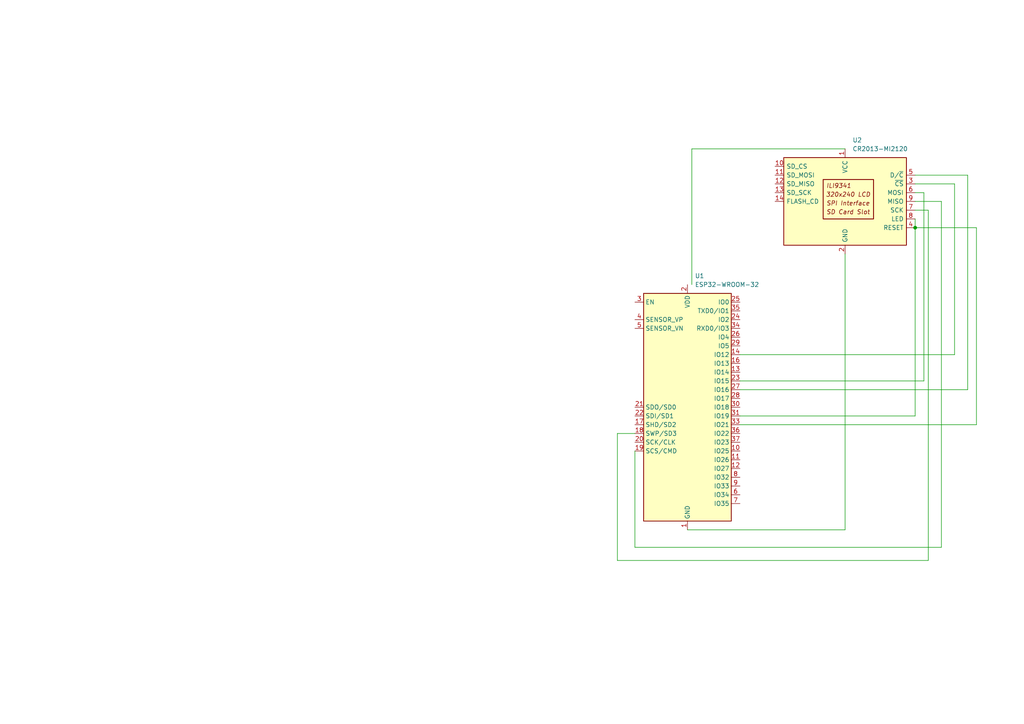
<source format=kicad_sch>
(kicad_sch (version 20250114) (generator "eeschema") (generator_version "9.0")
  (paper "A4")
  (lib_symbols
    (symbol "Driver_Display:CR2013-MI2120" (pin_names (offset 0.762))
      (property "Reference" "U" (at -17.526 13.97 0))
      (property "Value" "CR2013-MI2120" (at 1.905 13.97 0))
      (symbol "CR2013-MI2120_0_0"
        (text "ILI9341" (at -5.461 4.572 0) (effects (font (size 1.27 1.27) (italic yes)) (justify left)))
        (text "SPI Interface" (at -5.461 -0.508 0) (effects (font (size 1.27 1.27) (italic yes)) (justify left)))
        (text "SD Card Slot" (at -5.461 -3.048 0) (effects (font (size 1.27 1.27) (italic yes)) (justify left)))
        (text "320x240 LCD" (at 0.889 2.032 0) (effects (font (size 1.27 1.27) (italic yes))))
      )
      (symbol "CR2013-MI2120_0_1"
        (rectangle (start -17.78 12.7) (end 17.78 -12.7) (stroke (width 0.254)) (fill (type background)))
        (rectangle (start -6.35 6.35) (end 8.255 -5.08) (stroke (width 0.254)))
      )
      (symbol "CR2013-MI2120_1_1"
        (pin input line (at -20.32 10.16 0) (length 2.54) (name "SD_CS") (number "10"))
        (pin input line (at -20.32 7.62 0) (length 2.54) (name "SD_MOSI") (number "11"))
        (pin output line (at -20.32 5.08 0) (length 2.54) (name "SD_MISO") (number "12"))
        (pin input line (at -20.32 2.54 0) (length 2.54) (name "SD_SCK") (number "13"))
        (pin input line (at -20.32 0 0) (length 2.54) (name "FLASH_CD") (number "14"))
        (pin power_in line (at 0 15.24 270) (length 2.54) (name "VCC") (number "1"))
        (pin power_in line (at 0 -15.24 90) (length 2.54) (name "GND") (number "2"))
        (pin input line (at 20.32 7.62 180) (length 2.54) (name "D/~{C}") (number "5"))
        (pin input line (at 20.32 5.08 180) (length 2.54) (name "~{CS}") (number "3"))
        (pin input line (at 20.32 2.54 180) (length 2.54) (name "MOSI") (number "6"))
        (pin output line (at 20.32 0 180) (length 2.54) (name "MISO") (number "9"))
        (pin input line (at 20.32 -2.54 180) (length 2.54) (name "SCK") (number "7"))
        (pin input line (at 20.32 -5.08 180) (length 2.54) (name "LED") (number "8"))
        (pin input line (at 20.32 -7.62 180) (length 2.54) (name "RESET") (number "4"))
      )
    )
    (symbol "RF_Module:ESP32-WROOM-32"
      (property "Reference" "U" (at -12.7 34.29 0))
      (property "Value" "ESP32-WROOM-32" (at 1.27 34.29 0))
      (symbol "ESP32-WROOM-32_0_1"
        (rectangle (start -12.7 33.02) (end 12.7 -33.02) (stroke (width 0.254)) (fill (type background)))
      )
      (symbol "ESP32-WROOM-32_1_1"
        (pin input line (at -15.24 30.48 0) (length 2.54) (name "EN") (number "3"))
        (pin input line (at -15.24 25.4 0) (length 2.54) (name "SENSOR_VP") (number "4"))
        (pin input line (at -15.24 22.86 0) (length 2.54) (name "SENSOR_VN") (number "5"))
        (pin bidirectional line (at -15.24 0 0) (length 2.54) (name "SDO/SD0") (number "21"))
        (pin bidirectional line (at -15.24 -2.54 0) (length 2.54) (name "SDI/SD1") (number "22"))
        (pin bidirectional line (at -15.24 -5.08 0) (length 2.54) (name "SHD/SD2") (number "17"))
        (pin bidirectional line (at -15.24 -7.62 0) (length 2.54) (name "SWP/SD3") (number "18"))
        (pin bidirectional line (at -15.24 -10.16 0) (length 2.54) (name "SCK/CLK") (number "20"))
        (pin bidirectional line (at -15.24 -12.7 0) (length 2.54) (name "SCS/CMD") (number "19"))
        (pin no_connect line (at -12.7 -27.94 0) (length 2.54) (hide yes) (name "NC") (number "32"))
        (pin power_in line (at 0 35.56 270) (length 2.54) (name "VDD") (number "2"))
        (pin power_in line (at 0 -35.56 90) (length 2.54) (name "GND") (number "1"))
        (pin passive line (at 0 -35.56 90) (length 2.54) (hide yes) (name "GND") (number "15"))
        (pin passive line (at 0 -35.56 90) (length 2.54) (hide yes) (name "GND") (number "38"))
        (pin passive line (at 0 -35.56 90) (length 2.54) (hide yes) (name "GND") (number "39"))
        (pin bidirectional line (at 15.24 30.48 180) (length 2.54) (name "IO0") (number "25"))
        (pin bidirectional line (at 15.24 27.94 180) (length 2.54) (name "TXD0/IO1") (number "35"))
        (pin bidirectional line (at 15.24 25.4 180) (length 2.54) (name "IO2") (number "24"))
        (pin bidirectional line (at 15.24 22.86 180) (length 2.54) (name "RXD0/IO3") (number "34"))
        (pin bidirectional line (at 15.24 20.32 180) (length 2.54) (name "IO4") (number "26"))
        (pin bidirectional line (at 15.24 17.78 180) (length 2.54) (name "IO5") (number "29"))
        (pin bidirectional line (at 15.24 15.24 180) (length 2.54) (name "IO12") (number "14"))
        (pin bidirectional line (at 15.24 12.7 180) (length 2.54) (name "IO13") (number "16"))
        (pin bidirectional line (at 15.24 10.16 180) (length 2.54) (name "IO14") (number "13"))
        (pin bidirectional line (at 15.24 7.62 180) (length 2.54) (name "IO15") (number "23"))
        (pin bidirectional line (at 15.24 5.08 180) (length 2.54) (name "IO16") (number "27"))
        (pin bidirectional line (at 15.24 2.54 180) (length 2.54) (name "IO17") (number "28"))
        (pin bidirectional line (at 15.24 0 180) (length 2.54) (name "IO18") (number "30"))
        (pin bidirectional line (at 15.24 -2.54 180) (length 2.54) (name "IO19") (number "31"))
        (pin bidirectional line (at 15.24 -5.08 180) (length 2.54) (name "IO21") (number "33"))
        (pin bidirectional line (at 15.24 -7.62 180) (length 2.54) (name "IO22") (number "36"))
        (pin bidirectional line (at 15.24 -10.16 180) (length 2.54) (name "IO23") (number "37"))
        (pin bidirectional line (at 15.24 -12.7 180) (length 2.54) (name "IO25") (number "10"))
        (pin bidirectional line (at 15.24 -15.24 180) (length 2.54) (name "IO26") (number "11"))
        (pin bidirectional line (at 15.24 -17.78 180) (length 2.54) (name "IO27") (number "12"))
        (pin bidirectional line (at 15.24 -20.32 180) (length 2.54) (name "IO32") (number "8"))
        (pin bidirectional line (at 15.24 -22.86 180) (length 2.54) (name "IO33") (number "9"))
        (pin input line (at 15.24 -25.4 180) (length 2.54) (name "IO34") (number "6"))
        (pin input line (at 15.24 -27.94 180) (length 2.54) (name "IO35") (number "7"))
      )
    )
  )
  (junction (at 265.43 66.04))
  (wire (pts (xy 267.97 55.88) (xy 267.97 110.49)))
  (wire (pts (xy 214.63 120.65) (xy 265.43 120.65)))
  (wire (pts (xy 184.15 158.75) (xy 273.05 158.75)))
  (wire (pts (xy 184.15 125.73) (xy 179.07 125.73)))
  (wire (pts (xy 265.43 120.65) (xy 265.43 66.04)))
  (wire (pts (xy 280.67 113.03) (xy 280.67 50.8)))
  (wire (pts (xy 276.86 102.87) (xy 276.86 53.34)))
  (wire (pts (xy 179.07 125.73) (xy 179.07 162.56)))
  (wire (pts (xy 267.97 55.88) (xy 265.43 55.88)))
  (wire (pts (xy 184.15 130.81) (xy 184.15 158.75)))
  (wire (pts (xy 269.24 162.56) (xy 269.24 60.96)))
  (wire (pts (xy 214.63 123.19) (xy 283.21 123.19)))
  (wire (pts (xy 214.63 110.49) (xy 267.97 110.49)))
  (wire (pts (xy 265.43 66.04) (xy 265.43 63.5)))
  (wire (pts (xy 179.07 162.56) (xy 269.24 162.56)))
  (wire (pts (xy 280.67 50.8) (xy 265.43 50.8)))
  (wire (pts (xy 199.39 153.67) (xy 245.11 153.67)))
  (wire (pts (xy 273.05 58.42) (xy 265.43 58.42)))
  (wire (pts (xy 276.86 53.34) (xy 265.43 53.34)))
  (wire (pts (xy 214.63 102.87) (xy 276.86 102.87)))
  (wire (pts (xy 200.66 43.18) (xy 245.11 43.18)))
  (wire (pts (xy 283.21 66.04) (xy 265.43 66.04)))
  (wire (pts (xy 269.24 60.96) (xy 265.43 60.96)))
  (wire (pts (xy 214.63 113.03) (xy 280.67 113.03)))
  (wire (pts (xy 200.66 82.55) (xy 200.66 43.18)))
  (wire (pts (xy 273.05 158.75) (xy 273.05 58.42)))
  (wire (pts (xy 245.11 73.66) (xy 245.11 153.67)))
  (wire (pts (xy 283.21 123.19) (xy 283.21 66.04)))
  (symbol (lib_id "RF_Module:ESP32-WROOM-32") (at 199.39 118.11 0) (unit 1)
    (property "Reference" "U1" (at 201.5333 80.01 0) (effects (justify left)))
    (property "Value" "ESP32-WROOM-32" (at 201.5333 82.55 0) (effects (justify left)))
    (property "Footprint" "RF_Module:ESP32-WROOM-32" (effects (hide yes)))
    (property "Datasheet" "https://www.espressif.com/sites/default/files/documentation/esp32-wroom-32_datasheet_en.pdf" (effects (hide yes)))
    (property "Description" "RF Module, ESP32-D0WDQ6 SoC, Wi-Fi 802.11b/g/n, Bluetooth, BLE, 32-bit, 2.7-3.6V, onboard antenna, SMD" (effects (hide yes)))
  )
  (symbol (lib_id "Driver_Display:CR2013-MI2120") (at 245.11 58.42 0) (unit 1)
    (property "Reference" "U2" (at 247.2533 40.64 0) (effects (justify left)))
    (property "Value" "CR2013-MI2120" (at 247.2533 43.18 0) (effects (justify left)))
    (property "Footprint" "Display:CR2013-MI2120" (effects (hide yes)))
    (property "Datasheet" "http://pan.baidu.com/s/11Y990" (effects (hide yes)))
    (property "Description" "ILI9341 controller, SPI TFT LCD Display, 9-pin breakout PCB, 4-pin SD card interface, 5V/3.3V" (effects (hide yes)))
  )
)
</source>
